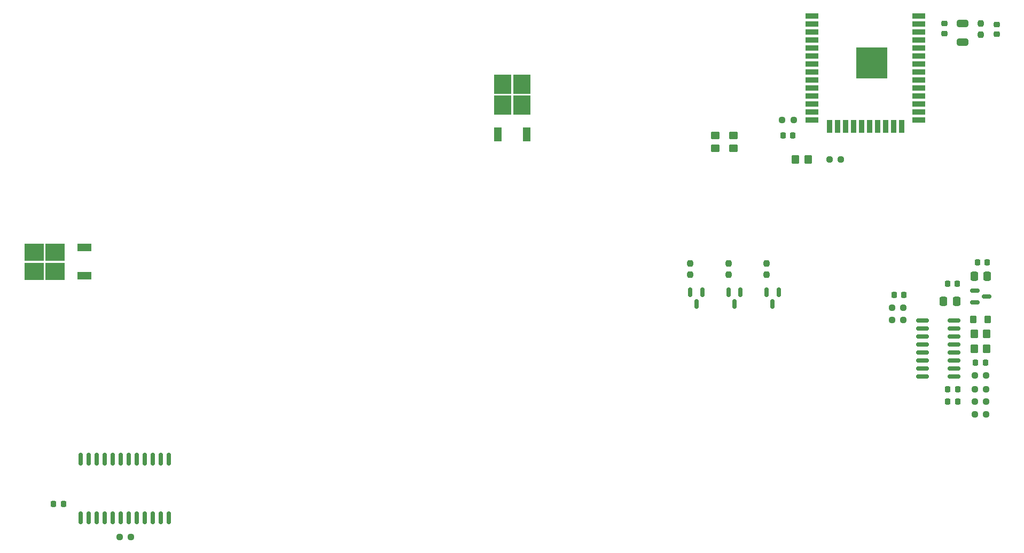
<source format=gbr>
%TF.GenerationSoftware,KiCad,Pcbnew,(6.0.2)*%
%TF.CreationDate,2022-02-27T11:44:28-05:00*%
%TF.ProjectId,digiMatex_DS410,64696769-4d61-4746-9578-5f4453343130,B*%
%TF.SameCoordinates,PX2ebae40PY2255100*%
%TF.FileFunction,Paste,Bot*%
%TF.FilePolarity,Positive*%
%FSLAX46Y46*%
G04 Gerber Fmt 4.6, Leading zero omitted, Abs format (unit mm)*
G04 Created by KiCad (PCBNEW (6.0.2)) date 2022-02-27 11:44:28*
%MOMM*%
%LPD*%
G01*
G04 APERTURE LIST*
G04 Aperture macros list*
%AMRoundRect*
0 Rectangle with rounded corners*
0 $1 Rounding radius*
0 $2 $3 $4 $5 $6 $7 $8 $9 X,Y pos of 4 corners*
0 Add a 4 corners polygon primitive as box body*
4,1,4,$2,$3,$4,$5,$6,$7,$8,$9,$2,$3,0*
0 Add four circle primitives for the rounded corners*
1,1,$1+$1,$2,$3*
1,1,$1+$1,$4,$5*
1,1,$1+$1,$6,$7*
1,1,$1+$1,$8,$9*
0 Add four rect primitives between the rounded corners*
20,1,$1+$1,$2,$3,$4,$5,0*
20,1,$1+$1,$4,$5,$6,$7,0*
20,1,$1+$1,$6,$7,$8,$9,0*
20,1,$1+$1,$8,$9,$2,$3,0*%
G04 Aperture macros list end*
%ADD10R,2.000000X0.900000*%
%ADD11R,0.900000X2.000000*%
%ADD12R,5.000000X5.000000*%
%ADD13RoundRect,0.250000X0.337500X0.475000X-0.337500X0.475000X-0.337500X-0.475000X0.337500X-0.475000X0*%
%ADD14RoundRect,0.237500X0.237500X-0.250000X0.237500X0.250000X-0.237500X0.250000X-0.237500X-0.250000X0*%
%ADD15RoundRect,0.237500X-0.250000X-0.237500X0.250000X-0.237500X0.250000X0.237500X-0.250000X0.237500X0*%
%ADD16RoundRect,0.225000X-0.225000X-0.250000X0.225000X-0.250000X0.225000X0.250000X-0.225000X0.250000X0*%
%ADD17RoundRect,0.250000X0.275000X0.350000X-0.275000X0.350000X-0.275000X-0.350000X0.275000X-0.350000X0*%
%ADD18R,2.750000X3.050000*%
%ADD19R,1.200000X2.200000*%
%ADD20RoundRect,0.237500X0.250000X0.237500X-0.250000X0.237500X-0.250000X-0.237500X0.250000X-0.237500X0*%
%ADD21RoundRect,0.250000X-0.450000X0.350000X-0.450000X-0.350000X0.450000X-0.350000X0.450000X0.350000X0*%
%ADD22RoundRect,0.150000X-0.587500X-0.150000X0.587500X-0.150000X0.587500X0.150000X-0.587500X0.150000X0*%
%ADD23RoundRect,0.150000X-0.150000X0.875000X-0.150000X-0.875000X0.150000X-0.875000X0.150000X0.875000X0*%
%ADD24RoundRect,0.150000X-0.150000X0.587500X-0.150000X-0.587500X0.150000X-0.587500X0.150000X0.587500X0*%
%ADD25RoundRect,0.225000X0.225000X0.250000X-0.225000X0.250000X-0.225000X-0.250000X0.225000X-0.250000X0*%
%ADD26R,3.050000X2.750000*%
%ADD27R,2.200000X1.200000*%
%ADD28RoundRect,0.225000X-0.250000X0.225000X-0.250000X-0.225000X0.250000X-0.225000X0.250000X0.225000X0*%
%ADD29RoundRect,0.250000X0.350000X0.450000X-0.350000X0.450000X-0.350000X-0.450000X0.350000X-0.450000X0*%
%ADD30RoundRect,0.225000X0.250000X-0.225000X0.250000X0.225000X-0.250000X0.225000X-0.250000X-0.225000X0*%
%ADD31RoundRect,0.237500X-0.237500X0.250000X-0.237500X-0.250000X0.237500X-0.250000X0.237500X0.250000X0*%
%ADD32RoundRect,0.150000X0.850000X0.150000X-0.850000X0.150000X-0.850000X-0.150000X0.850000X-0.150000X0*%
%ADD33RoundRect,0.250000X-0.650000X0.325000X-0.650000X-0.325000X0.650000X-0.325000X0.650000X0.325000X0*%
G04 APERTURE END LIST*
D10*
%TO.C,U3*%
X147000000Y-8995000D03*
X147000000Y-10265000D03*
X147000000Y-11535000D03*
X147000000Y-12805000D03*
X147000000Y-14075000D03*
X147000000Y-15345000D03*
X147000000Y-16615000D03*
X147000000Y-17885000D03*
X147000000Y-19155000D03*
X147000000Y-20425000D03*
X147000000Y-21695000D03*
X147000000Y-22965000D03*
X147000000Y-24235000D03*
X147000000Y-25505000D03*
D11*
X144215000Y-26505000D03*
X142945000Y-26505000D03*
X141675000Y-26505000D03*
X140405000Y-26505000D03*
X139135000Y-26505000D03*
X137865000Y-26505000D03*
X136595000Y-26505000D03*
X135325000Y-26505000D03*
X134055000Y-26505000D03*
X132785000Y-26505000D03*
D10*
X130000000Y-25505000D03*
X130000000Y-24235000D03*
X130000000Y-22965000D03*
X130000000Y-21695000D03*
X130000000Y-20425000D03*
X130000000Y-19155000D03*
X130000000Y-17885000D03*
X130000000Y-16615000D03*
X130000000Y-15345000D03*
X130000000Y-14075000D03*
X130000000Y-12805000D03*
X130000000Y-11535000D03*
X130000000Y-10265000D03*
X130000000Y-8995000D03*
D12*
X139500000Y-16495000D03*
%TD*%
D13*
%TO.C,C16*%
X157837500Y-50350000D03*
X155762500Y-50350000D03*
%TD*%
%TO.C,C13*%
X152937500Y-54300000D03*
X150862500Y-54300000D03*
%TD*%
D14*
%TO.C,R4*%
X122850000Y-50112500D03*
X122850000Y-48287500D03*
%TD*%
D15*
%TO.C,R9*%
X125287500Y-25500000D03*
X127112500Y-25500000D03*
%TD*%
D16*
%TO.C,C18*%
X153125000Y-70250000D03*
X151575000Y-70250000D03*
%TD*%
D15*
%TO.C,R10*%
X132787500Y-31800000D03*
X134612500Y-31800000D03*
%TD*%
D14*
%TO.C,R2*%
X116800000Y-50112500D03*
X116800000Y-48287500D03*
%TD*%
D17*
%TO.C,L1*%
X155600000Y-57150000D03*
X157900000Y-57150000D03*
%TD*%
D16*
%TO.C,C8*%
X125425000Y-28000000D03*
X126975000Y-28000000D03*
%TD*%
D18*
%TO.C,U4*%
X80975000Y-23175000D03*
X80975000Y-19825000D03*
X84025000Y-19825000D03*
X84025000Y-23175000D03*
D19*
X84780000Y-27800000D03*
X80220000Y-27800000D03*
%TD*%
D20*
%TO.C,R14*%
X142687500Y-55300000D03*
X144512500Y-55300000D03*
%TD*%
D21*
%TO.C,R11*%
X114700000Y-28000000D03*
X114700000Y-30000000D03*
%TD*%
D15*
%TO.C,R20*%
X157662500Y-72250000D03*
X155837500Y-72250000D03*
%TD*%
D22*
%TO.C,Q4*%
X157687500Y-53550000D03*
X155812500Y-52600000D03*
X155812500Y-54500000D03*
%TD*%
D23*
%TO.C,U1*%
X14115000Y-79350000D03*
X15385000Y-79350000D03*
X16655000Y-79350000D03*
X17925000Y-79350000D03*
X19195000Y-79350000D03*
X20465000Y-79350000D03*
X21735000Y-79350000D03*
X23005000Y-79350000D03*
X24275000Y-79350000D03*
X25545000Y-79350000D03*
X26815000Y-79350000D03*
X28085000Y-79350000D03*
X28085000Y-88650000D03*
X26815000Y-88650000D03*
X25545000Y-88650000D03*
X24275000Y-88650000D03*
X23005000Y-88650000D03*
X21735000Y-88650000D03*
X20465000Y-88650000D03*
X19195000Y-88650000D03*
X17925000Y-88650000D03*
X16655000Y-88650000D03*
X15385000Y-88650000D03*
X14115000Y-88650000D03*
%TD*%
D24*
%TO.C,Q1*%
X122850000Y-52862500D03*
X124750000Y-52862500D03*
X123800000Y-54737500D03*
%TD*%
D15*
%TO.C,R1*%
X20287500Y-91700000D03*
X22112500Y-91700000D03*
%TD*%
%TO.C,R19*%
X157662500Y-66050000D03*
X155837500Y-66050000D03*
%TD*%
D21*
%TO.C,R12*%
X117600000Y-28000000D03*
X117600000Y-30000000D03*
%TD*%
D25*
%TO.C,C17*%
X151575000Y-68250000D03*
X153125000Y-68250000D03*
%TD*%
D26*
%TO.C,U2*%
X10075000Y-46475000D03*
X10075000Y-49525000D03*
X6725000Y-46475000D03*
X6725000Y-49525000D03*
D27*
X14700000Y-45720000D03*
X14700000Y-50280000D03*
%TD*%
D14*
%TO.C,R5*%
X110750000Y-50112500D03*
X110750000Y-48287500D03*
%TD*%
D28*
%TO.C,C5*%
X159300000Y-10325000D03*
X159300000Y-11875000D03*
%TD*%
D20*
%TO.C,R15*%
X142687500Y-57300000D03*
X144512500Y-57300000D03*
%TD*%
D15*
%TO.C,R21*%
X157662500Y-70250000D03*
X155837500Y-70250000D03*
%TD*%
%TO.C,R18*%
X157662500Y-68250000D03*
X155837500Y-68250000D03*
%TD*%
D24*
%TO.C,Q2*%
X116800000Y-52862500D03*
X118700000Y-52862500D03*
X117750000Y-54737500D03*
%TD*%
D29*
%TO.C,R17*%
X155750000Y-61850000D03*
X157750000Y-61850000D03*
%TD*%
D30*
%TO.C,C7*%
X151000000Y-11775000D03*
X151000000Y-10225000D03*
%TD*%
D29*
%TO.C,R16*%
X155750000Y-59450000D03*
X157750000Y-59450000D03*
%TD*%
D25*
%TO.C,C11*%
X153075000Y-51500000D03*
X151525000Y-51500000D03*
%TD*%
%TO.C,C12*%
X144575000Y-53300000D03*
X143025000Y-53300000D03*
%TD*%
D16*
%TO.C,C14*%
X157525000Y-64050000D03*
X155975000Y-64050000D03*
%TD*%
D31*
%TO.C,R8*%
X156800000Y-10187500D03*
X156800000Y-12012500D03*
%TD*%
D24*
%TO.C,Q3*%
X110750000Y-52862500D03*
X112650000Y-52862500D03*
X111700000Y-54737500D03*
%TD*%
D29*
%TO.C,R13*%
X129400000Y-31800000D03*
X127400000Y-31800000D03*
%TD*%
D32*
%TO.C,U5*%
X147550000Y-57355000D03*
X147550000Y-58625000D03*
X147550000Y-59895000D03*
X147550000Y-61165000D03*
X147550000Y-62435000D03*
X147550000Y-63705000D03*
X147550000Y-64975000D03*
X147550000Y-66245000D03*
X152550000Y-66245000D03*
X152550000Y-64975000D03*
X152550000Y-63705000D03*
X152550000Y-62435000D03*
X152550000Y-61165000D03*
X152550000Y-59895000D03*
X152550000Y-58625000D03*
X152550000Y-57355000D03*
%TD*%
D33*
%TO.C,C6*%
X153900000Y-10225000D03*
X153900000Y-13175000D03*
%TD*%
D25*
%TO.C,C15*%
X157825000Y-48100000D03*
X156275000Y-48100000D03*
%TD*%
D16*
%TO.C,C2*%
X9825000Y-86500000D03*
X11375000Y-86500000D03*
%TD*%
M02*

</source>
